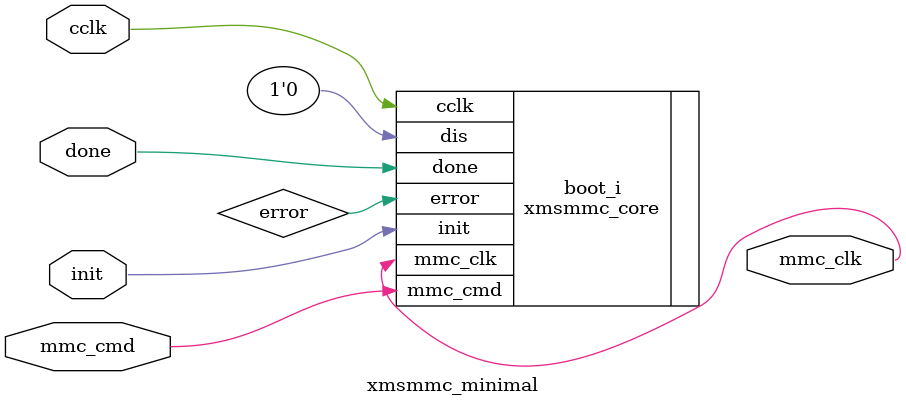
<source format=v>
`include "mmc_boot_defines.v"
`include "xmsmmc_core.v"

module xmsmmc_minimal( cclk, done, init, mmc_cmd, mmc_clk );

// Connect to FPGA CCLK, INIT, DONE
// Init and Done need an external PULLUP Resistor!
input  cclk;
input  init; 
input  done; 

// MMC Card DAT goes to FPGA DIN
// MMC Card CS (pin 1) tie high or leave floating
// Connect to MMC Card CMD and CLK
inout  mmc_cmd;
output mmc_clk;
wire error;
// Instantiate XMSMMC IP
xmsmmc_core boot_i (
    .cclk    (   cclk    ), 
    .done    (   done    ), 
    .init    (   init    ), 
    .mmc_cmd (   mmc_cmd ), 
    .mmc_clk (   mmc_clk ), 
    .dis     (   1'b0    ),  // Tristate control not used
    .error   (   error   )   // Error output not used
    );

endmodule

</source>
